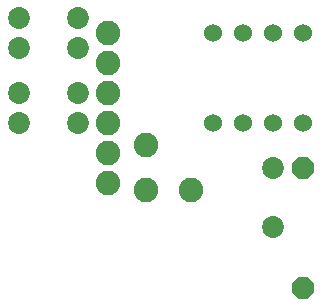
<source format=gbs>
G75*
%MOIN*%
%OFA0B0*%
%FSLAX24Y24*%
%IPPOS*%
%LPD*%
%AMOC8*
5,1,8,0,0,1.08239X$1,22.5*
%
%ADD10C,0.0600*%
%ADD11OC8,0.0740*%
%ADD12C,0.0730*%
%ADD13C,0.0820*%
D10*
X007850Y007850D03*
X008850Y007850D03*
X009850Y007850D03*
X010850Y007850D03*
X010850Y010850D03*
X009850Y010850D03*
X008850Y010850D03*
X007850Y010850D03*
D11*
X010850Y006350D03*
X010850Y002350D03*
D12*
X009850Y004366D03*
X009850Y006334D03*
X003334Y007850D03*
X003334Y008850D03*
X003334Y010350D03*
X003334Y011350D03*
X001366Y011350D03*
X001366Y010350D03*
X001366Y008850D03*
X001366Y007850D03*
D13*
X005600Y005600D03*
X004350Y005850D03*
X004350Y006850D03*
X004350Y007850D03*
X004350Y008850D03*
X004350Y009850D03*
X004350Y010850D03*
X005600Y007100D03*
X007100Y005600D03*
M02*

</source>
